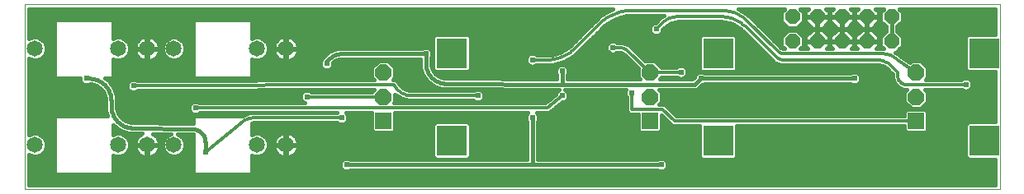
<source format=gbl>
G75*
%MOIN*%
%OFA0B0*%
%FSLAX24Y24*%
%IPPOS*%
%LPD*%
%AMOC8*
5,1,8,0,0,1.08239X$1,22.5*
%
%ADD10C,0.0000*%
%ADD11R,0.0660X0.0660*%
%ADD12OC8,0.0660*%
%ADD13R,0.1227X0.1227*%
%ADD14C,0.0650*%
%ADD15OC8,0.0600*%
%ADD16C,0.0160*%
%ADD17C,0.0240*%
%ADD18C,0.0120*%
D10*
X001160Y002930D02*
X001160Y010430D01*
X040530Y010430D01*
X040530Y002930D01*
X001160Y002930D01*
D11*
X015654Y005696D03*
X026404Y005696D03*
X037154Y005696D03*
D12*
X037154Y006680D03*
X037154Y007664D03*
X026404Y007664D03*
X026404Y006680D03*
X015654Y006680D03*
X015654Y007664D03*
D13*
X018410Y008452D03*
X029160Y008452D03*
X039910Y008452D03*
X039910Y004908D03*
X029160Y004908D03*
X018410Y004908D03*
D14*
X011719Y004730D03*
X010538Y004730D03*
X007191Y004730D03*
X006119Y004730D03*
X004938Y004730D03*
X001591Y004730D03*
X001591Y008630D03*
X004938Y008630D03*
X006119Y008630D03*
X007191Y008630D03*
X010538Y008630D03*
X011719Y008630D03*
D15*
X032160Y008930D03*
X033160Y008930D03*
X034160Y008930D03*
X035160Y008930D03*
X036160Y008930D03*
X036160Y009930D03*
X035160Y009930D03*
X034160Y009930D03*
X033160Y009930D03*
X032160Y009930D03*
D16*
X032462Y010250D02*
X032600Y010112D01*
X032600Y009748D01*
X032342Y009490D01*
X031978Y009490D01*
X031720Y009748D01*
X031720Y010112D01*
X031858Y010250D01*
X029976Y010250D01*
X030324Y010049D01*
X030324Y010049D01*
X030478Y009894D01*
X030478Y009894D01*
X030532Y009841D01*
X031579Y008794D01*
X031593Y008780D01*
X031638Y008735D01*
X031692Y008691D01*
X031822Y008637D01*
X031832Y008636D01*
X031720Y008748D01*
X031720Y009112D01*
X031978Y009370D01*
X032342Y009370D01*
X032600Y009112D01*
X032600Y008748D01*
X032482Y008630D01*
X032781Y008630D01*
X032680Y008731D01*
X032680Y008910D01*
X033140Y008910D01*
X033140Y008950D01*
X033140Y009410D01*
X032961Y009410D01*
X032680Y009129D01*
X032680Y008950D01*
X033140Y008950D01*
X033180Y008950D01*
X033180Y009410D01*
X033359Y009410D01*
X033640Y009129D01*
X033640Y008950D01*
X033180Y008950D01*
X033180Y008910D01*
X033640Y008910D01*
X033640Y008731D01*
X033539Y008630D01*
X033781Y008630D01*
X033680Y008731D01*
X033680Y008910D01*
X034140Y008910D01*
X034140Y008950D01*
X034140Y009410D01*
X033961Y009410D01*
X033680Y009129D01*
X033680Y008950D01*
X034140Y008950D01*
X034180Y008950D01*
X034180Y009410D01*
X034359Y009410D01*
X034640Y009129D01*
X034640Y008950D01*
X034180Y008950D01*
X034180Y008910D01*
X034640Y008910D01*
X034640Y008731D01*
X034539Y008630D01*
X034781Y008630D01*
X034680Y008731D01*
X034680Y008910D01*
X035140Y008910D01*
X035140Y008950D01*
X035140Y009410D01*
X034961Y009410D01*
X034680Y009129D01*
X034680Y008950D01*
X035140Y008950D01*
X035180Y008950D01*
X035180Y009410D01*
X035359Y009410D01*
X035640Y009129D01*
X035640Y008950D01*
X035180Y008950D01*
X035180Y008910D01*
X035640Y008910D01*
X035640Y008731D01*
X035539Y008630D01*
X035838Y008630D01*
X035720Y008748D01*
X035720Y009112D01*
X035940Y009332D01*
X035940Y009528D01*
X035720Y009748D01*
X035720Y010112D01*
X035858Y010250D01*
X035519Y010250D01*
X035640Y010129D01*
X035640Y009950D01*
X035180Y009950D01*
X035180Y009910D01*
X035640Y009910D01*
X035640Y009731D01*
X035359Y009450D01*
X035180Y009450D01*
X035180Y009910D01*
X035140Y009910D01*
X035140Y009450D01*
X034961Y009450D01*
X034680Y009731D01*
X034680Y009910D01*
X035140Y009910D01*
X035140Y009950D01*
X034680Y009950D01*
X034680Y010129D01*
X034801Y010250D01*
X034519Y010250D01*
X034640Y010129D01*
X034640Y009950D01*
X034180Y009950D01*
X034180Y009910D01*
X034640Y009910D01*
X034640Y009731D01*
X034359Y009450D01*
X034180Y009450D01*
X034180Y009910D01*
X034140Y009910D01*
X034140Y009450D01*
X033961Y009450D01*
X033680Y009731D01*
X033680Y009910D01*
X034140Y009910D01*
X034140Y009950D01*
X033680Y009950D01*
X033680Y010129D01*
X033801Y010250D01*
X033519Y010250D01*
X033640Y010129D01*
X033640Y009950D01*
X033180Y009950D01*
X033180Y009910D01*
X033640Y009910D01*
X033640Y009731D01*
X033359Y009450D01*
X033180Y009450D01*
X033180Y009910D01*
X033140Y009910D01*
X033140Y009450D01*
X032961Y009450D01*
X032680Y009731D01*
X032680Y009910D01*
X033140Y009910D01*
X033140Y009950D01*
X032680Y009950D01*
X032680Y010129D01*
X032801Y010250D01*
X032462Y010250D01*
X032491Y010221D02*
X032772Y010221D01*
X032680Y010063D02*
X032600Y010063D01*
X032600Y009904D02*
X032680Y009904D01*
X033140Y009904D02*
X033180Y009904D01*
X033640Y009904D02*
X033680Y009904D01*
X033680Y010063D02*
X033640Y010063D01*
X033548Y010221D02*
X033772Y010221D01*
X034140Y009904D02*
X034180Y009904D01*
X034640Y009904D02*
X034680Y009904D01*
X034680Y010063D02*
X034640Y010063D01*
X034548Y010221D02*
X034772Y010221D01*
X035140Y009904D02*
X035180Y009904D01*
X035640Y009904D02*
X035720Y009904D01*
X035720Y010063D02*
X035640Y010063D01*
X035548Y010221D02*
X035829Y010221D01*
X036160Y009930D02*
X036160Y008930D01*
X036600Y008953D02*
X039157Y008953D01*
X039157Y008795D02*
X036600Y008795D01*
X036600Y008748D02*
X036600Y009112D01*
X036380Y009332D01*
X036380Y009528D01*
X036600Y009748D01*
X036600Y010112D01*
X036462Y010250D01*
X040350Y010250D01*
X040350Y009205D01*
X039239Y009205D01*
X039157Y009123D01*
X039157Y007780D01*
X039239Y007698D01*
X040350Y007698D01*
X040350Y005662D01*
X039239Y005662D01*
X039157Y005580D01*
X039157Y004237D01*
X039239Y004155D01*
X040350Y004155D01*
X040350Y003110D01*
X001340Y003110D01*
X001340Y004331D01*
X001499Y004265D01*
X001684Y004265D01*
X001855Y004336D01*
X001986Y004467D01*
X002056Y004638D01*
X002056Y004822D01*
X001986Y004993D01*
X001855Y005124D01*
X001684Y005195D01*
X001499Y005195D01*
X001340Y005129D01*
X001340Y008231D01*
X001499Y008165D01*
X001684Y008165D01*
X001855Y008236D01*
X001986Y008367D01*
X002056Y008538D01*
X002056Y008722D01*
X001986Y008893D01*
X001855Y009024D01*
X001684Y009095D01*
X001499Y009095D01*
X001340Y009029D01*
X001340Y010250D01*
X024913Y010250D01*
X024884Y010242D01*
X024424Y009976D01*
X024424Y009976D01*
X024236Y009788D01*
X024236Y009788D01*
X024177Y009730D01*
X024177Y009730D01*
X023289Y008842D01*
X023232Y008785D01*
X023232Y008785D01*
X023096Y008665D01*
X022784Y008485D01*
X022435Y008392D01*
X022255Y008380D01*
X021828Y008380D01*
X021807Y008400D01*
X021712Y008440D01*
X021608Y008440D01*
X021513Y008400D01*
X021440Y008327D01*
X021400Y008232D01*
X021400Y008128D01*
X021440Y008033D01*
X021513Y007960D01*
X021608Y007920D01*
X021712Y007920D01*
X021807Y007960D01*
X021828Y007980D01*
X022490Y007980D01*
X022943Y008101D01*
X023349Y008336D01*
X023515Y008502D01*
X023572Y008559D01*
X024460Y009447D01*
X024518Y009506D01*
X024678Y009645D01*
X025044Y009857D01*
X025452Y009966D01*
X025664Y009980D01*
X026978Y009980D01*
X026857Y009910D01*
X026755Y009807D01*
X026696Y009749D01*
X026696Y009749D01*
X026637Y009690D01*
X026608Y009690D01*
X026513Y009650D01*
X026440Y009577D01*
X026400Y009482D01*
X026400Y009378D01*
X026440Y009283D01*
X026513Y009210D01*
X026608Y009170D01*
X026712Y009170D01*
X026807Y009210D01*
X026880Y009283D01*
X026920Y009378D01*
X026920Y009407D01*
X026979Y009466D01*
X027037Y009525D01*
X027106Y009585D01*
X027265Y009677D01*
X027442Y009724D01*
X027533Y009730D01*
X029289Y009730D01*
X029443Y009720D01*
X029740Y009640D01*
X030007Y009486D01*
X030123Y009385D01*
X030176Y009331D01*
X031263Y008244D01*
X031275Y008232D01*
X031380Y008127D01*
X031420Y008087D01*
X031420Y008087D01*
X031678Y007980D01*
X035537Y007980D01*
X035628Y007974D01*
X035805Y007927D01*
X035964Y007835D01*
X036033Y007775D01*
X036091Y007716D01*
X036091Y007716D01*
X036210Y007597D01*
X036210Y007423D01*
X036294Y007220D01*
X036450Y007064D01*
X036653Y006980D01*
X036789Y006980D01*
X036684Y006875D01*
X036684Y006485D01*
X036959Y006210D01*
X037349Y006210D01*
X037624Y006485D01*
X037624Y006875D01*
X037519Y006980D01*
X038992Y006980D01*
X039013Y006960D01*
X039108Y006920D01*
X039212Y006920D01*
X039307Y006960D01*
X039380Y007033D01*
X039420Y007128D01*
X039420Y007232D01*
X039380Y007327D01*
X039307Y007400D01*
X039212Y007440D01*
X039108Y007440D01*
X039013Y007400D01*
X038992Y007380D01*
X037535Y007380D01*
X037624Y007470D01*
X037624Y007859D01*
X037349Y008134D01*
X036959Y008134D01*
X036903Y008078D01*
X036545Y008322D01*
X036456Y008411D01*
X036319Y008490D01*
X036342Y008490D01*
X036600Y008748D01*
X036488Y008636D02*
X039157Y008636D01*
X039157Y008478D02*
X036340Y008478D01*
X036456Y008411D02*
X036456Y008411D01*
X036549Y008319D02*
X039157Y008319D01*
X039157Y008161D02*
X036781Y008161D01*
X037481Y008002D02*
X039157Y008002D01*
X039157Y007844D02*
X037624Y007844D01*
X037624Y007685D02*
X040350Y007685D01*
X040350Y007527D02*
X037624Y007527D01*
X036482Y007051D02*
X028392Y007051D01*
X028362Y007021D02*
X028511Y007170D01*
X028512Y007170D01*
X028607Y007210D01*
X028608Y007210D01*
X034512Y007210D01*
X034513Y007210D01*
X034608Y007170D01*
X034712Y007170D01*
X034807Y007210D01*
X034880Y007283D01*
X034920Y007378D01*
X034920Y007482D01*
X034880Y007577D01*
X034807Y007650D01*
X034712Y007690D01*
X034608Y007690D01*
X034513Y007650D01*
X034512Y007650D01*
X028608Y007650D01*
X028607Y007650D01*
X028512Y007690D01*
X028408Y007690D01*
X028313Y007650D01*
X028240Y007577D01*
X028200Y007482D01*
X028200Y007481D01*
X028119Y007400D01*
X026804Y007400D01*
X026869Y007464D01*
X027508Y007464D01*
X027513Y007460D01*
X027608Y007420D01*
X027712Y007420D01*
X027807Y007460D01*
X027880Y007533D01*
X027920Y007628D01*
X027920Y007732D01*
X027880Y007827D01*
X027807Y007900D01*
X027712Y007940D01*
X027608Y007940D01*
X027513Y007900D01*
X027477Y007864D01*
X026869Y007864D01*
X026599Y008134D01*
X026217Y008134D01*
X025632Y008719D01*
X025585Y008766D01*
X025310Y008880D01*
X025078Y008880D01*
X025057Y008900D01*
X024962Y008940D01*
X024858Y008940D01*
X024763Y008900D01*
X024690Y008827D01*
X024650Y008732D01*
X024650Y008628D01*
X024690Y008533D01*
X024763Y008460D01*
X024858Y008420D01*
X024962Y008420D01*
X025057Y008460D01*
X025078Y008480D01*
X025161Y008480D01*
X025229Y008473D01*
X025355Y008421D01*
X025408Y008378D01*
X025934Y007851D01*
X025934Y007470D01*
X026004Y007400D01*
X023080Y007400D01*
X023080Y007583D01*
X023120Y007678D01*
X023120Y007782D01*
X023080Y007877D01*
X023007Y007950D01*
X022912Y007990D01*
X022808Y007990D01*
X022713Y007950D01*
X022640Y007877D01*
X022600Y007782D01*
X022600Y007678D01*
X022640Y007583D01*
X022640Y007582D01*
X022640Y007402D01*
X018179Y007442D01*
X018085Y007451D01*
X017907Y007510D01*
X017755Y007622D01*
X017645Y007774D01*
X017587Y007953D01*
X017580Y008047D01*
X017580Y008282D01*
X017580Y008283D01*
X017620Y008378D01*
X017620Y008482D01*
X017580Y008577D01*
X017507Y008650D01*
X017412Y008690D01*
X017308Y008690D01*
X017213Y008650D01*
X017212Y008650D01*
X013768Y008650D01*
X013428Y008509D01*
X013362Y008443D01*
X013362Y008443D01*
X013140Y008221D01*
X013140Y008178D01*
X013140Y008177D01*
X013100Y008082D01*
X013100Y007978D01*
X013140Y007883D01*
X013213Y007810D01*
X013308Y007770D01*
X013412Y007770D01*
X013507Y007810D01*
X013580Y007883D01*
X013620Y007978D01*
X013620Y008077D01*
X013682Y008128D01*
X013858Y008201D01*
X013953Y008210D01*
X017140Y008210D01*
X017140Y007883D01*
X017241Y007570D01*
X017241Y007570D01*
X017433Y007303D01*
X017433Y007303D01*
X017433Y007303D01*
X017698Y007108D01*
X017698Y007108D01*
X018011Y007004D01*
X018084Y007003D01*
X018262Y007002D01*
X018266Y007002D01*
X022737Y006961D01*
X022713Y006950D01*
X022640Y006877D01*
X022600Y006782D01*
X022600Y006774D01*
X022188Y006430D01*
X016069Y006430D01*
X016124Y006485D01*
X016124Y006783D01*
X016171Y006736D01*
X016406Y006600D01*
X016669Y006530D01*
X019292Y006530D01*
X019313Y006510D01*
X019408Y006470D01*
X019512Y006470D01*
X019607Y006510D01*
X019680Y006583D01*
X019720Y006678D01*
X019720Y006782D01*
X019680Y006877D01*
X019607Y006950D01*
X019512Y006990D01*
X019408Y006990D01*
X019313Y006950D01*
X019292Y006930D01*
X016805Y006930D01*
X016722Y006935D01*
X016563Y006978D01*
X016420Y007061D01*
X016365Y007109D01*
X016260Y007248D01*
X016260Y007264D01*
X016211Y007312D01*
X016169Y007367D01*
X016153Y007369D01*
X016142Y007380D01*
X016073Y007380D01*
X016039Y007385D01*
X016124Y007470D01*
X016124Y007859D01*
X015849Y008134D01*
X015459Y008134D01*
X015184Y007859D01*
X015184Y007470D01*
X015277Y007376D01*
X005727Y007331D01*
X005707Y007350D01*
X005612Y007390D01*
X005508Y007390D01*
X005413Y007350D01*
X005340Y007277D01*
X005300Y007182D01*
X005300Y007078D01*
X005340Y006983D01*
X005413Y006910D01*
X005508Y006870D01*
X005612Y006870D01*
X005707Y006910D01*
X005728Y006931D01*
X015286Y006976D01*
X015189Y006880D01*
X012728Y006880D01*
X012707Y006900D01*
X012612Y006940D01*
X012508Y006940D01*
X012413Y006900D01*
X012340Y006827D01*
X012300Y006732D01*
X012300Y006628D01*
X012340Y006533D01*
X012413Y006460D01*
X012484Y006430D01*
X008228Y006430D01*
X008207Y006450D01*
X008112Y006490D01*
X008008Y006490D01*
X007913Y006450D01*
X007840Y006377D01*
X007800Y006282D01*
X007800Y006178D01*
X007840Y006083D01*
X007913Y006010D01*
X008008Y005970D01*
X008112Y005970D01*
X008207Y006010D01*
X008228Y006030D01*
X013792Y006030D01*
X010254Y006030D01*
X009960Y005925D01*
X009945Y005912D01*
X008025Y005912D01*
X007978Y005865D01*
X007978Y005606D01*
X007920Y005607D01*
X007838Y005608D01*
X005642Y005637D01*
X005552Y005638D01*
X005447Y005648D01*
X005246Y005715D01*
X005076Y005841D01*
X004953Y006013D01*
X004888Y006214D01*
X004880Y006320D01*
X004880Y006706D01*
X004770Y007044D01*
X004561Y007331D01*
X004401Y007448D01*
X004695Y007448D01*
X004742Y007495D01*
X004742Y008208D01*
X004845Y008165D01*
X005030Y008165D01*
X005201Y008236D01*
X005332Y008367D01*
X005403Y008538D01*
X005403Y008722D01*
X005332Y008893D01*
X005201Y009024D01*
X005030Y009095D01*
X004845Y009095D01*
X004742Y009052D01*
X004742Y009765D01*
X004695Y009812D01*
X002425Y009812D01*
X002378Y009765D01*
X002378Y007495D01*
X002425Y007448D01*
X003400Y007448D01*
X003400Y007378D01*
X003440Y007283D01*
X003513Y007210D01*
X003608Y007170D01*
X003712Y007170D01*
X003800Y007207D01*
X003865Y007202D01*
X004068Y007136D01*
X004240Y007010D01*
X004366Y006838D01*
X004432Y006635D01*
X004440Y006529D01*
X004440Y006144D01*
X004514Y005912D01*
X002425Y005912D01*
X002378Y005865D01*
X002378Y003595D01*
X002425Y003548D01*
X004695Y003548D01*
X004742Y003595D01*
X004742Y004308D01*
X004845Y004265D01*
X005030Y004265D01*
X005201Y004336D01*
X005332Y004467D01*
X005403Y004638D01*
X005403Y004822D01*
X005332Y004993D01*
X005201Y005124D01*
X005030Y005195D01*
X004845Y005195D01*
X004742Y005152D01*
X004742Y005538D01*
X004753Y005522D01*
X004753Y005522D01*
X004753Y005522D01*
X005037Y005313D01*
X005371Y005201D01*
X005547Y005198D01*
X005635Y005197D01*
X005917Y005193D01*
X005854Y005162D01*
X005790Y005115D01*
X005734Y005059D01*
X005687Y004995D01*
X005651Y004924D01*
X005627Y004848D01*
X005614Y004770D01*
X005614Y004758D01*
X006091Y004758D01*
X006091Y004702D01*
X005614Y004702D01*
X005614Y004690D01*
X005627Y004612D01*
X005651Y004536D01*
X005687Y004465D01*
X005734Y004401D01*
X005790Y004345D01*
X005854Y004298D01*
X005925Y004262D01*
X006001Y004238D01*
X006079Y004225D01*
X006091Y004225D01*
X006091Y004702D01*
X006147Y004702D01*
X006147Y004225D01*
X006159Y004225D01*
X006237Y004238D01*
X006313Y004262D01*
X006384Y004298D01*
X006448Y004345D01*
X006504Y004401D01*
X006551Y004465D01*
X006587Y004536D01*
X006611Y004612D01*
X006624Y004690D01*
X006624Y004702D01*
X006147Y004702D01*
X006147Y004758D01*
X006624Y004758D01*
X006624Y004770D01*
X006611Y004848D01*
X006587Y004924D01*
X006551Y004995D01*
X006504Y005059D01*
X006448Y005115D01*
X006384Y005162D01*
X006332Y005188D01*
X007059Y005178D01*
X006928Y005124D01*
X006797Y004993D01*
X006727Y004822D01*
X006727Y004638D01*
X006797Y004467D01*
X006928Y004336D01*
X007099Y004265D01*
X007284Y004265D01*
X007455Y004336D01*
X007586Y004467D01*
X007656Y004638D01*
X007656Y004822D01*
X007586Y004993D01*
X007455Y005124D01*
X007332Y005175D01*
X007923Y005167D01*
X007978Y005161D01*
X007978Y003595D01*
X008025Y003548D01*
X010295Y003548D01*
X010342Y003595D01*
X010342Y004308D01*
X010445Y004265D01*
X010630Y004265D01*
X010801Y004336D01*
X010932Y004467D01*
X011003Y004638D01*
X011003Y004822D01*
X010932Y004993D01*
X010801Y005124D01*
X010630Y005195D01*
X010445Y005195D01*
X010342Y005152D01*
X010342Y005624D01*
X010410Y005630D01*
X013792Y005630D01*
X013813Y005610D01*
X013908Y005570D01*
X014012Y005570D01*
X014107Y005610D01*
X014180Y005683D01*
X014220Y005778D01*
X014220Y005882D01*
X014180Y005977D01*
X014128Y006030D01*
X015184Y006030D01*
X015184Y005308D01*
X015266Y005226D01*
X016042Y005226D01*
X016124Y005308D01*
X016124Y006030D01*
X021492Y006030D01*
X021440Y005977D01*
X021400Y005882D01*
X021400Y005778D01*
X021440Y005683D01*
X021440Y005682D01*
X021440Y004150D01*
X014308Y004150D01*
X014307Y004150D01*
X014212Y004190D01*
X014108Y004190D01*
X014013Y004150D01*
X013940Y004077D01*
X013900Y003982D01*
X013900Y003878D01*
X013940Y003783D01*
X014013Y003710D01*
X014108Y003670D01*
X014212Y003670D01*
X014307Y003710D01*
X014308Y003710D01*
X026712Y003710D01*
X026713Y003710D01*
X026808Y003670D01*
X026912Y003670D01*
X027007Y003710D01*
X027080Y003783D01*
X027120Y003878D01*
X027120Y003982D01*
X027080Y004077D01*
X027007Y004150D01*
X026912Y004190D01*
X026808Y004190D01*
X026713Y004150D01*
X026712Y004150D01*
X021880Y004150D01*
X021880Y005682D01*
X021880Y005683D01*
X021920Y005778D01*
X021920Y005882D01*
X021880Y005977D01*
X021828Y006030D01*
X022251Y006030D01*
X022324Y006023D01*
X022332Y006030D01*
X022343Y006030D01*
X022395Y006082D01*
X022860Y006470D01*
X022912Y006470D01*
X023007Y006510D01*
X023080Y006583D01*
X023120Y006678D01*
X023120Y006782D01*
X023080Y006877D01*
X023007Y006950D01*
X022985Y006960D01*
X025432Y006960D01*
X025400Y006882D01*
X025400Y006778D01*
X025440Y006683D01*
X025460Y006662D01*
X025460Y006097D01*
X025577Y005980D01*
X025934Y005980D01*
X025934Y005308D01*
X026016Y005226D01*
X026792Y005226D01*
X026874Y005308D01*
X026874Y005933D01*
X027311Y005496D01*
X028407Y005496D01*
X028407Y004237D01*
X028489Y004155D01*
X029831Y004155D01*
X029913Y004237D01*
X029913Y005496D01*
X036684Y005496D01*
X036684Y005308D01*
X036766Y005226D01*
X037542Y005226D01*
X037624Y005308D01*
X037624Y006084D01*
X037542Y006166D01*
X036766Y006166D01*
X036684Y006084D01*
X036684Y005896D01*
X027477Y005896D01*
X027110Y006263D01*
X026993Y006380D01*
X026769Y006380D01*
X026874Y006485D01*
X026874Y006875D01*
X026789Y006960D01*
X028215Y006960D01*
X028301Y006960D01*
X028301Y006960D01*
X028301Y006960D01*
X028362Y007021D01*
X028210Y007180D02*
X028460Y007430D01*
X034660Y007430D01*
X034901Y007527D02*
X036210Y007527D01*
X036233Y007368D02*
X034916Y007368D01*
X034807Y007210D02*
X036305Y007210D01*
X036294Y007220D02*
X036294Y007220D01*
X036450Y007064D02*
X036450Y007064D01*
X036702Y006893D02*
X026856Y006893D01*
X026874Y006734D02*
X036684Y006734D01*
X036684Y006576D02*
X026874Y006576D01*
X026806Y006417D02*
X036752Y006417D01*
X036911Y006259D02*
X027114Y006259D01*
X027273Y006100D02*
X036700Y006100D01*
X036684Y005942D02*
X027431Y005942D01*
X027024Y005783D02*
X026874Y005783D01*
X026874Y005625D02*
X027183Y005625D01*
X026874Y005466D02*
X028407Y005466D01*
X028407Y005308D02*
X026874Y005308D01*
X025934Y005308D02*
X021880Y005308D01*
X021880Y005149D02*
X028407Y005149D01*
X028407Y004991D02*
X021880Y004991D01*
X021880Y004832D02*
X028407Y004832D01*
X028407Y004674D02*
X021880Y004674D01*
X021880Y004515D02*
X028407Y004515D01*
X028407Y004357D02*
X021880Y004357D01*
X021440Y004357D02*
X019163Y004357D01*
X019163Y004237D02*
X019163Y005580D01*
X019081Y005662D01*
X017739Y005662D01*
X017657Y005580D01*
X017657Y004237D01*
X017739Y004155D01*
X019081Y004155D01*
X019163Y004237D01*
X019124Y004198D02*
X021440Y004198D01*
X021880Y004198D02*
X028446Y004198D01*
X027096Y004040D02*
X040350Y004040D01*
X040350Y003881D02*
X027120Y003881D01*
X027020Y003723D02*
X040350Y003723D01*
X040350Y003564D02*
X010312Y003564D01*
X010342Y003723D02*
X014000Y003723D01*
X013900Y003881D02*
X010342Y003881D01*
X010342Y004040D02*
X013924Y004040D01*
X014160Y003930D02*
X021660Y003930D01*
X021660Y005830D01*
X021425Y005942D02*
X016124Y005942D01*
X016124Y005783D02*
X021400Y005783D01*
X021440Y005625D02*
X019119Y005625D01*
X019163Y005466D02*
X021440Y005466D01*
X021880Y005466D02*
X025934Y005466D01*
X025934Y005625D02*
X021880Y005625D01*
X021920Y005783D02*
X025934Y005783D01*
X025934Y005942D02*
X021895Y005942D01*
X022416Y006100D02*
X025460Y006100D01*
X025460Y006259D02*
X022607Y006259D01*
X022797Y006417D02*
X025460Y006417D01*
X025460Y006576D02*
X023073Y006576D01*
X023120Y006734D02*
X025418Y006734D01*
X025404Y006893D02*
X023065Y006893D01*
X022655Y006893D02*
X019665Y006893D01*
X019720Y006734D02*
X022552Y006734D01*
X022362Y006576D02*
X019673Y006576D01*
X018084Y007003D02*
X018084Y007003D01*
X018011Y007004D02*
X018011Y007004D01*
X017870Y007051D02*
X016437Y007051D01*
X016289Y007210D02*
X017560Y007210D01*
X017386Y007368D02*
X016161Y007368D01*
X016124Y007527D02*
X017272Y007527D01*
X017204Y007685D02*
X016124Y007685D01*
X016124Y007844D02*
X017153Y007844D01*
X017140Y008002D02*
X015981Y008002D01*
X015327Y008002D02*
X013620Y008002D01*
X013541Y007844D02*
X015184Y007844D01*
X015184Y007685D02*
X010342Y007685D01*
X010342Y007844D02*
X013179Y007844D01*
X013100Y008002D02*
X010342Y008002D01*
X010342Y008161D02*
X011530Y008161D01*
X011525Y008162D02*
X011601Y008138D01*
X011679Y008125D01*
X011691Y008125D01*
X011691Y008602D01*
X011214Y008602D01*
X011214Y008590D01*
X011227Y008512D01*
X011251Y008436D01*
X011287Y008365D01*
X011334Y008301D01*
X011390Y008245D01*
X011454Y008198D01*
X011525Y008162D01*
X011691Y008161D02*
X011747Y008161D01*
X011747Y008125D02*
X011759Y008125D01*
X011837Y008138D01*
X011913Y008162D01*
X011984Y008198D01*
X012048Y008245D01*
X012104Y008301D01*
X012151Y008365D01*
X012187Y008436D01*
X012211Y008512D01*
X012224Y008590D01*
X012224Y008602D01*
X011747Y008602D01*
X011747Y008125D01*
X011908Y008161D02*
X013133Y008161D01*
X013238Y008319D02*
X012117Y008319D01*
X012200Y008478D02*
X013396Y008478D01*
X013735Y008636D02*
X011747Y008636D01*
X011747Y008658D02*
X011747Y008602D01*
X011691Y008602D01*
X011691Y008658D01*
X011214Y008658D01*
X011214Y008670D01*
X011227Y008748D01*
X011251Y008824D01*
X011287Y008895D01*
X011334Y008959D01*
X011390Y009015D01*
X011454Y009062D01*
X011525Y009098D01*
X011601Y009122D01*
X011679Y009135D01*
X011691Y009135D01*
X011691Y008658D01*
X011747Y008658D01*
X011747Y009135D01*
X011759Y009135D01*
X011837Y009122D01*
X011913Y009098D01*
X011984Y009062D01*
X012048Y009015D01*
X012104Y008959D01*
X012151Y008895D01*
X012187Y008824D01*
X012211Y008748D01*
X012224Y008670D01*
X012224Y008658D01*
X011747Y008658D01*
X011691Y008636D02*
X011003Y008636D01*
X011003Y008722D02*
X011003Y008538D01*
X010932Y008367D01*
X010801Y008236D01*
X010630Y008165D01*
X010445Y008165D01*
X010342Y008208D01*
X010342Y007495D01*
X010295Y007448D01*
X008025Y007448D01*
X007978Y007495D01*
X007978Y009765D01*
X008025Y009812D01*
X010295Y009812D01*
X010342Y009765D01*
X010342Y009052D01*
X010445Y009095D01*
X010630Y009095D01*
X010801Y009024D01*
X010932Y008893D01*
X011003Y008722D01*
X010973Y008795D02*
X011242Y008795D01*
X011330Y008953D02*
X010872Y008953D01*
X010342Y009112D02*
X011567Y009112D01*
X011691Y009112D02*
X011747Y009112D01*
X011871Y009112D02*
X017657Y009112D01*
X017657Y009123D02*
X017739Y009205D01*
X019081Y009205D01*
X019163Y009123D01*
X019163Y007780D01*
X019081Y007698D01*
X017739Y007698D01*
X017657Y007780D01*
X017657Y009123D01*
X017657Y008953D02*
X012108Y008953D01*
X012196Y008795D02*
X017657Y008795D01*
X017657Y008636D02*
X017522Y008636D01*
X017620Y008478D02*
X017657Y008478D01*
X017657Y008319D02*
X017595Y008319D01*
X017580Y008161D02*
X017657Y008161D01*
X017360Y008047D02*
X017360Y008430D01*
X013953Y008430D01*
X013761Y008161D02*
X017140Y008161D01*
X017584Y008002D02*
X017657Y008002D01*
X017657Y007844D02*
X017623Y007844D01*
X017709Y007685D02*
X022600Y007685D01*
X022626Y007844D02*
X019163Y007844D01*
X019163Y008002D02*
X021470Y008002D01*
X021400Y008161D02*
X019163Y008161D01*
X019163Y008319D02*
X021436Y008319D01*
X022572Y008002D02*
X025783Y008002D01*
X025934Y007844D02*
X023094Y007844D01*
X023120Y007685D02*
X025934Y007685D01*
X025934Y007527D02*
X023080Y007527D01*
X022640Y007527D02*
X017884Y007527D01*
X018177Y007223D02*
X022860Y007180D01*
X022860Y007730D01*
X023045Y008161D02*
X025625Y008161D01*
X025466Y008319D02*
X023320Y008319D01*
X023349Y008336D02*
X023349Y008336D01*
X023490Y008478D02*
X024745Y008478D01*
X024650Y008636D02*
X023649Y008636D01*
X023515Y008502D02*
X023515Y008502D01*
X023045Y008636D02*
X019163Y008636D01*
X019163Y008478D02*
X022755Y008478D01*
X023242Y008795D02*
X019163Y008795D01*
X019163Y008953D02*
X023400Y008953D01*
X023559Y009112D02*
X019163Y009112D01*
X017360Y008047D02*
X017362Y007991D01*
X017368Y007935D01*
X017377Y007880D01*
X017390Y007826D01*
X017407Y007772D01*
X017428Y007720D01*
X017451Y007669D01*
X017479Y007621D01*
X017509Y007574D01*
X017543Y007529D01*
X017580Y007487D01*
X017619Y007447D01*
X017661Y007410D01*
X017705Y007376D01*
X017752Y007345D01*
X017801Y007317D01*
X017851Y007293D01*
X017903Y007272D01*
X017956Y007254D01*
X018011Y007241D01*
X018066Y007231D01*
X018121Y007224D01*
X018177Y007222D01*
X016175Y006734D02*
X016124Y006734D01*
X016171Y006736D02*
X016171Y006736D01*
X016124Y006576D02*
X016499Y006576D01*
X016406Y006600D02*
X016406Y006600D01*
X015202Y006893D02*
X012715Y006893D01*
X012405Y006893D02*
X005666Y006893D01*
X005454Y006893D02*
X004819Y006893D01*
X004770Y007044D02*
X004770Y007044D01*
X004765Y007051D02*
X005311Y007051D01*
X005312Y007210D02*
X004650Y007210D01*
X004561Y007331D02*
X004561Y007331D01*
X004561Y007331D01*
X004511Y007368D02*
X005455Y007368D01*
X005665Y007368D02*
X013541Y007368D01*
X013453Y008223D02*
X013490Y008257D01*
X013529Y008289D01*
X013571Y008318D01*
X013614Y008344D01*
X013659Y008366D01*
X013706Y008385D01*
X013754Y008401D01*
X013803Y008414D01*
X013852Y008423D01*
X013903Y008428D01*
X013953Y008430D01*
X013453Y008223D02*
X013360Y008130D01*
X011747Y008319D02*
X011691Y008319D01*
X011691Y008478D02*
X011747Y008478D01*
X011321Y008319D02*
X010884Y008319D01*
X010978Y008478D02*
X011238Y008478D01*
X011691Y008795D02*
X011747Y008795D01*
X011747Y008953D02*
X011691Y008953D01*
X010342Y009270D02*
X023717Y009270D01*
X023876Y009429D02*
X010342Y009429D01*
X010342Y009587D02*
X024034Y009587D01*
X024193Y009746D02*
X010342Y009746D01*
X007978Y009746D02*
X004742Y009746D01*
X004742Y009587D02*
X007978Y009587D01*
X007978Y009429D02*
X004742Y009429D01*
X004742Y009270D02*
X007978Y009270D01*
X007978Y009112D02*
X006271Y009112D01*
X006237Y009122D02*
X006159Y009135D01*
X006147Y009135D01*
X006147Y008658D01*
X006091Y008658D01*
X006091Y008602D01*
X005614Y008602D01*
X005614Y008590D01*
X005627Y008512D01*
X005651Y008436D01*
X005687Y008365D01*
X005734Y008301D01*
X005790Y008245D01*
X005854Y008198D01*
X005925Y008162D01*
X006001Y008138D01*
X006079Y008125D01*
X006091Y008125D01*
X006091Y008602D01*
X006147Y008602D01*
X006147Y008125D01*
X006159Y008125D01*
X006237Y008138D01*
X006313Y008162D01*
X006384Y008198D01*
X006448Y008245D01*
X006504Y008301D01*
X006551Y008365D01*
X006587Y008436D01*
X006611Y008512D01*
X006624Y008590D01*
X006624Y008602D01*
X006147Y008602D01*
X006147Y008658D01*
X006624Y008658D01*
X006624Y008670D01*
X006611Y008748D01*
X006587Y008824D01*
X006551Y008895D01*
X006504Y008959D01*
X006448Y009015D01*
X006384Y009062D01*
X006313Y009098D01*
X006237Y009122D01*
X006147Y009112D02*
X006091Y009112D01*
X006091Y009135D02*
X006079Y009135D01*
X006001Y009122D01*
X005925Y009098D01*
X005854Y009062D01*
X005790Y009015D01*
X005734Y008959D01*
X005687Y008895D01*
X005651Y008824D01*
X005627Y008748D01*
X005614Y008670D01*
X005614Y008658D01*
X006091Y008658D01*
X006091Y009135D01*
X005967Y009112D02*
X004742Y009112D01*
X005272Y008953D02*
X005730Y008953D01*
X005642Y008795D02*
X005373Y008795D01*
X005403Y008636D02*
X006091Y008636D01*
X006147Y008636D02*
X006727Y008636D01*
X006727Y008722D02*
X006727Y008538D01*
X006797Y008367D01*
X006928Y008236D01*
X007099Y008165D01*
X007284Y008165D01*
X007455Y008236D01*
X007586Y008367D01*
X007656Y008538D01*
X007656Y008722D01*
X007586Y008893D01*
X007455Y009024D01*
X007284Y009095D01*
X007099Y009095D01*
X006928Y009024D01*
X006797Y008893D01*
X006727Y008722D01*
X006757Y008795D02*
X006596Y008795D01*
X006508Y008953D02*
X006857Y008953D01*
X006147Y008953D02*
X006091Y008953D01*
X006091Y008795D02*
X006147Y008795D01*
X006147Y008478D02*
X006091Y008478D01*
X006091Y008319D02*
X006147Y008319D01*
X006147Y008161D02*
X006091Y008161D01*
X005930Y008161D02*
X004742Y008161D01*
X004742Y008002D02*
X007978Y008002D01*
X007978Y007844D02*
X004742Y007844D01*
X004742Y007685D02*
X007978Y007685D01*
X007978Y007527D02*
X004742Y007527D01*
X003759Y007430D02*
X003660Y007430D01*
X003404Y007368D02*
X001340Y007368D01*
X001340Y007210D02*
X003513Y007210D01*
X004185Y007051D02*
X001340Y007051D01*
X001340Y006893D02*
X004326Y006893D01*
X004400Y006734D02*
X001340Y006734D01*
X001340Y006576D02*
X004436Y006576D01*
X004660Y006529D02*
X004660Y006320D01*
X004440Y006259D02*
X001340Y006259D01*
X001340Y006417D02*
X004440Y006417D01*
X004880Y006417D02*
X007879Y006417D01*
X007800Y006259D02*
X004885Y006259D01*
X004925Y006100D02*
X007832Y006100D01*
X007978Y005783D02*
X005155Y005783D01*
X005447Y005648D02*
X005447Y005648D01*
X004830Y005466D02*
X004742Y005466D01*
X004742Y005308D02*
X005053Y005308D01*
X005037Y005313D02*
X005037Y005313D01*
X005141Y005149D02*
X005837Y005149D01*
X005685Y004991D02*
X005333Y004991D01*
X005399Y004832D02*
X005624Y004832D01*
X005617Y004674D02*
X005403Y004674D01*
X005352Y004515D02*
X005662Y004515D01*
X005779Y004357D02*
X005222Y004357D01*
X004742Y004198D02*
X007978Y004198D01*
X007978Y004040D02*
X004742Y004040D01*
X004742Y003881D02*
X007978Y003881D01*
X007978Y003723D02*
X004742Y003723D01*
X004712Y003564D02*
X008008Y003564D01*
X010342Y004198D02*
X017696Y004198D01*
X017657Y004357D02*
X012059Y004357D01*
X012048Y004345D02*
X012104Y004401D01*
X012151Y004465D01*
X012187Y004536D01*
X012211Y004612D01*
X012224Y004690D01*
X012224Y004702D01*
X011747Y004702D01*
X011747Y004225D01*
X011759Y004225D01*
X011837Y004238D01*
X011913Y004262D01*
X011984Y004298D01*
X012048Y004345D01*
X012176Y004515D02*
X017657Y004515D01*
X017657Y004674D02*
X012221Y004674D01*
X012224Y004758D02*
X011747Y004758D01*
X011691Y004758D01*
X011691Y004702D01*
X011214Y004702D01*
X011214Y004690D01*
X011227Y004612D01*
X011251Y004536D01*
X011287Y004465D01*
X011334Y004401D01*
X011390Y004345D01*
X011454Y004298D01*
X011525Y004262D01*
X011601Y004238D01*
X011679Y004225D01*
X011691Y004225D01*
X011691Y004702D01*
X011747Y004702D01*
X011747Y004758D01*
X011747Y005235D01*
X011759Y005235D01*
X011837Y005222D01*
X011913Y005198D01*
X011984Y005162D01*
X012048Y005115D01*
X012104Y005059D01*
X012151Y004995D01*
X012187Y004924D01*
X012211Y004848D01*
X012224Y004770D01*
X012224Y004758D01*
X012214Y004832D02*
X017657Y004832D01*
X017657Y004991D02*
X012153Y004991D01*
X012001Y005149D02*
X017657Y005149D01*
X017657Y005308D02*
X016124Y005308D01*
X016124Y005466D02*
X017657Y005466D01*
X017701Y005625D02*
X016124Y005625D01*
X015184Y005625D02*
X014122Y005625D01*
X014220Y005783D02*
X015184Y005783D01*
X015184Y005942D02*
X014195Y005942D01*
X013792Y006030D02*
X013792Y006030D01*
X013798Y005625D02*
X010346Y005625D01*
X010342Y005466D02*
X015184Y005466D01*
X015184Y005308D02*
X010342Y005308D01*
X010741Y005149D02*
X011437Y005149D01*
X011454Y005162D02*
X011390Y005115D01*
X011334Y005059D01*
X011287Y004995D01*
X011251Y004924D01*
X011227Y004848D01*
X011214Y004770D01*
X011214Y004758D01*
X011691Y004758D01*
X011691Y005235D01*
X011679Y005235D01*
X011601Y005222D01*
X011525Y005198D01*
X011454Y005162D01*
X011691Y005149D02*
X011747Y005149D01*
X011747Y004991D02*
X011691Y004991D01*
X011691Y004832D02*
X011747Y004832D01*
X011285Y004991D02*
X010933Y004991D01*
X010999Y004832D02*
X011224Y004832D01*
X011217Y004674D02*
X011003Y004674D01*
X010952Y004515D02*
X011262Y004515D01*
X011379Y004357D02*
X010822Y004357D01*
X011691Y004357D02*
X011747Y004357D01*
X011747Y004515D02*
X011691Y004515D01*
X011691Y004674D02*
X011747Y004674D01*
X008460Y004846D02*
X008460Y004430D01*
X007978Y004357D02*
X007475Y004357D01*
X007606Y004515D02*
X007978Y004515D01*
X007978Y004674D02*
X007656Y004674D01*
X007652Y004832D02*
X007978Y004832D01*
X008460Y004846D02*
X008458Y004890D01*
X008453Y004934D01*
X008444Y004978D01*
X008431Y005020D01*
X008415Y005062D01*
X008396Y005102D01*
X008373Y005140D01*
X008348Y005176D01*
X008319Y005210D01*
X008288Y005241D01*
X008255Y005270D01*
X008219Y005296D01*
X008181Y005319D01*
X008141Y005339D01*
X008100Y005356D01*
X008058Y005369D01*
X008014Y005379D01*
X007970Y005385D01*
X007926Y005387D01*
X005550Y005418D01*
X006401Y005149D02*
X006988Y005149D01*
X006796Y004991D02*
X006553Y004991D01*
X006614Y004832D02*
X006731Y004832D01*
X006727Y004674D02*
X006621Y004674D01*
X006576Y004515D02*
X006777Y004515D01*
X006908Y004357D02*
X006459Y004357D01*
X006147Y004357D02*
X006091Y004357D01*
X006091Y004515D02*
X006147Y004515D01*
X006147Y004674D02*
X006091Y004674D01*
X007587Y004991D02*
X007978Y004991D01*
X007978Y005149D02*
X007395Y005149D01*
X007838Y005608D02*
X007838Y005608D01*
X007978Y005625D02*
X006599Y005625D01*
X005004Y005942D02*
X010007Y005942D01*
X009960Y005925D02*
X009960Y005925D01*
X012322Y006576D02*
X004880Y006576D01*
X004871Y006734D02*
X012301Y006734D01*
X010342Y007527D02*
X015184Y007527D01*
X007978Y008161D02*
X006308Y008161D01*
X006517Y008319D02*
X006845Y008319D01*
X006752Y008478D02*
X006600Y008478D01*
X005721Y008319D02*
X005284Y008319D01*
X005378Y008478D02*
X005638Y008478D01*
X007538Y008319D02*
X007978Y008319D01*
X007978Y008478D02*
X007631Y008478D01*
X007656Y008636D02*
X007978Y008636D01*
X007978Y008795D02*
X007626Y008795D01*
X007526Y008953D02*
X007978Y008953D01*
X002378Y008953D02*
X001926Y008953D01*
X002026Y008795D02*
X002378Y008795D01*
X002378Y008636D02*
X002056Y008636D01*
X002031Y008478D02*
X002378Y008478D01*
X002378Y008319D02*
X001938Y008319D01*
X002378Y008161D02*
X001340Y008161D01*
X001340Y008002D02*
X002378Y008002D01*
X002378Y007844D02*
X001340Y007844D01*
X001340Y007685D02*
X002378Y007685D01*
X002378Y007527D02*
X001340Y007527D01*
X003759Y007430D02*
X003818Y007428D01*
X003877Y007422D01*
X003935Y007413D01*
X003992Y007399D01*
X004049Y007382D01*
X004104Y007361D01*
X004158Y007337D01*
X004210Y007309D01*
X004260Y007278D01*
X004307Y007244D01*
X004353Y007206D01*
X004396Y007166D01*
X004436Y007123D01*
X004474Y007077D01*
X004508Y007030D01*
X004539Y006980D01*
X004567Y006928D01*
X004591Y006874D01*
X004612Y006819D01*
X004629Y006762D01*
X004643Y006705D01*
X004652Y006647D01*
X004658Y006588D01*
X004660Y006529D01*
X004660Y006320D02*
X004662Y006262D01*
X004668Y006203D01*
X004677Y006146D01*
X004690Y006089D01*
X004707Y006033D01*
X004727Y005978D01*
X004751Y005925D01*
X004779Y005873D01*
X004809Y005823D01*
X004843Y005775D01*
X004880Y005730D01*
X004920Y005687D01*
X004962Y005647D01*
X005007Y005609D01*
X005054Y005575D01*
X005104Y005544D01*
X005155Y005516D01*
X005208Y005491D01*
X005263Y005470D01*
X005318Y005452D01*
X005375Y005438D01*
X005433Y005428D01*
X005491Y005422D01*
X005549Y005419D01*
X004505Y005942D02*
X001340Y005942D01*
X001340Y006100D02*
X004454Y006100D01*
X002378Y005783D02*
X001340Y005783D01*
X001340Y005625D02*
X002378Y005625D01*
X002378Y005466D02*
X001340Y005466D01*
X001340Y005308D02*
X002378Y005308D01*
X002378Y005149D02*
X001795Y005149D01*
X001987Y004991D02*
X002378Y004991D01*
X002378Y004832D02*
X002052Y004832D01*
X002056Y004674D02*
X002378Y004674D01*
X002378Y004515D02*
X002006Y004515D01*
X001875Y004357D02*
X002378Y004357D01*
X002378Y004198D02*
X001340Y004198D01*
X001340Y004040D02*
X002378Y004040D01*
X002378Y003881D02*
X001340Y003881D01*
X001340Y003723D02*
X002378Y003723D01*
X002408Y003564D02*
X001340Y003564D01*
X001340Y003406D02*
X040350Y003406D01*
X040350Y003247D02*
X001340Y003247D01*
X001340Y005149D02*
X001388Y005149D01*
X001340Y009112D02*
X002378Y009112D01*
X002378Y009270D02*
X001340Y009270D01*
X001340Y009429D02*
X002378Y009429D01*
X002378Y009587D02*
X001340Y009587D01*
X001340Y009746D02*
X002378Y009746D01*
X001340Y009904D02*
X024351Y009904D01*
X024573Y010063D02*
X001340Y010063D01*
X001340Y010221D02*
X024847Y010221D01*
X024884Y010242D02*
X024884Y010242D01*
X025221Y009904D02*
X026851Y009904D01*
X026857Y009910D02*
X026857Y009910D01*
X026755Y009807D02*
X026755Y009807D01*
X026693Y009746D02*
X024851Y009746D01*
X024611Y009587D02*
X026449Y009587D01*
X026400Y009429D02*
X024441Y009429D01*
X024460Y009447D02*
X024460Y009447D01*
X024283Y009270D02*
X026452Y009270D01*
X026868Y009270D02*
X030237Y009270D01*
X030072Y009429D02*
X026941Y009429D01*
X026979Y009466D02*
X026979Y009466D01*
X027110Y009587D02*
X029832Y009587D01*
X030627Y009746D02*
X031722Y009746D01*
X031881Y009587D02*
X030786Y009587D01*
X030944Y009429D02*
X035940Y009429D01*
X035881Y009587D02*
X035496Y009587D01*
X035640Y009746D02*
X035722Y009746D01*
X035180Y009746D02*
X035140Y009746D01*
X035140Y009587D02*
X035180Y009587D01*
X034824Y009587D02*
X034496Y009587D01*
X034640Y009746D02*
X034680Y009746D01*
X034180Y009746D02*
X034140Y009746D01*
X034140Y009587D02*
X034180Y009587D01*
X033824Y009587D02*
X033496Y009587D01*
X033640Y009746D02*
X033680Y009746D01*
X033180Y009746D02*
X033140Y009746D01*
X033140Y009587D02*
X033180Y009587D01*
X032824Y009587D02*
X032439Y009587D01*
X032598Y009746D02*
X032680Y009746D01*
X031720Y009904D02*
X030469Y009904D01*
X030300Y010063D02*
X031720Y010063D01*
X031829Y010221D02*
X030026Y010221D01*
X031103Y009270D02*
X031878Y009270D01*
X032442Y009270D02*
X032821Y009270D01*
X033140Y009270D02*
X033180Y009270D01*
X033499Y009270D02*
X033821Y009270D01*
X034140Y009270D02*
X034180Y009270D01*
X034499Y009270D02*
X034821Y009270D01*
X035140Y009270D02*
X035180Y009270D01*
X035499Y009270D02*
X035878Y009270D01*
X036380Y009429D02*
X040350Y009429D01*
X040350Y009587D02*
X036439Y009587D01*
X036598Y009746D02*
X040350Y009746D01*
X040350Y009904D02*
X036600Y009904D01*
X036600Y010063D02*
X040350Y010063D01*
X040350Y010221D02*
X036491Y010221D01*
X036442Y009270D02*
X040350Y009270D01*
X039157Y009112D02*
X036600Y009112D01*
X035720Y009112D02*
X035640Y009112D01*
X035640Y008953D02*
X035720Y008953D01*
X035720Y008795D02*
X035640Y008795D01*
X035180Y008953D02*
X035140Y008953D01*
X035140Y009112D02*
X035180Y009112D01*
X034680Y009112D02*
X034640Y009112D01*
X034640Y008953D02*
X034680Y008953D01*
X034680Y008795D02*
X034640Y008795D01*
X034180Y008953D02*
X034140Y008953D01*
X034140Y009112D02*
X034180Y009112D01*
X033680Y009112D02*
X033640Y009112D01*
X033640Y008953D02*
X033680Y008953D01*
X033680Y008795D02*
X033640Y008795D01*
X033180Y008953D02*
X033140Y008953D01*
X033140Y009112D02*
X033180Y009112D01*
X032680Y009112D02*
X032600Y009112D01*
X032600Y008953D02*
X032680Y008953D01*
X032680Y008795D02*
X032600Y008795D01*
X032488Y008636D02*
X032775Y008636D01*
X033545Y008636D02*
X033775Y008636D01*
X034545Y008636D02*
X034775Y008636D01*
X035545Y008636D02*
X035832Y008636D01*
X035949Y007844D02*
X029913Y007844D01*
X029913Y007780D02*
X029831Y007698D01*
X028489Y007698D01*
X028407Y007780D01*
X028407Y009123D01*
X028489Y009205D01*
X029831Y009205D01*
X029913Y009123D01*
X029913Y007780D01*
X029913Y008002D02*
X031625Y008002D01*
X031347Y008161D02*
X029913Y008161D01*
X029913Y008319D02*
X031188Y008319D01*
X031030Y008478D02*
X029913Y008478D01*
X029913Y008636D02*
X030871Y008636D01*
X030713Y008795D02*
X029913Y008795D01*
X029913Y008953D02*
X030554Y008953D01*
X030396Y009112D02*
X029913Y009112D01*
X031261Y009112D02*
X031720Y009112D01*
X031720Y008953D02*
X031420Y008953D01*
X031578Y008795D02*
X031720Y008795D01*
X031831Y008636D02*
X031832Y008636D01*
X034596Y007685D02*
X028524Y007685D01*
X028396Y007685D02*
X027920Y007685D01*
X027864Y007844D02*
X028407Y007844D01*
X028407Y008002D02*
X026731Y008002D01*
X026191Y008161D02*
X028407Y008161D01*
X028407Y008319D02*
X026032Y008319D01*
X025874Y008478D02*
X028407Y008478D01*
X028407Y008636D02*
X025715Y008636D01*
X025632Y008719D02*
X025632Y008719D01*
X025585Y008766D02*
X025585Y008766D01*
X025516Y008795D02*
X028407Y008795D01*
X028407Y008953D02*
X023966Y008953D01*
X024124Y009112D02*
X028407Y009112D01*
X025186Y008478D02*
X025075Y008478D01*
X024676Y008795D02*
X023807Y008795D01*
X027874Y007527D02*
X028219Y007527D01*
X028210Y007180D02*
X022860Y007180D01*
X028607Y007210D02*
X034513Y007210D01*
X034724Y007685D02*
X036122Y007685D01*
X037606Y006893D02*
X040350Y006893D01*
X040350Y006734D02*
X037624Y006734D01*
X037624Y006576D02*
X040350Y006576D01*
X040350Y006417D02*
X037556Y006417D01*
X037397Y006259D02*
X040350Y006259D01*
X040350Y006100D02*
X037608Y006100D01*
X037624Y005942D02*
X040350Y005942D01*
X040350Y005783D02*
X037624Y005783D01*
X037624Y005625D02*
X039201Y005625D01*
X039157Y005466D02*
X037624Y005466D01*
X037624Y005308D02*
X039157Y005308D01*
X039157Y005149D02*
X029913Y005149D01*
X029913Y004991D02*
X039157Y004991D01*
X039157Y004832D02*
X029913Y004832D01*
X029913Y004674D02*
X039157Y004674D01*
X039157Y004515D02*
X029913Y004515D01*
X029913Y004357D02*
X039157Y004357D01*
X039196Y004198D02*
X029874Y004198D01*
X026860Y003930D02*
X021660Y003930D01*
X021440Y004515D02*
X019163Y004515D01*
X019163Y004674D02*
X021440Y004674D01*
X021440Y004832D02*
X019163Y004832D01*
X019163Y004991D02*
X021440Y004991D01*
X021440Y005149D02*
X019163Y005149D01*
X019163Y005308D02*
X021440Y005308D01*
X029913Y005308D02*
X036684Y005308D01*
X036684Y005466D02*
X029913Y005466D01*
X039388Y007051D02*
X040350Y007051D01*
X040350Y007210D02*
X039420Y007210D01*
X039340Y007368D02*
X040350Y007368D01*
D17*
X039160Y007180D03*
X034660Y007430D03*
X030660Y008430D03*
X027660Y007680D03*
X028460Y007430D03*
X025660Y006830D03*
X022860Y006730D03*
X021660Y005830D03*
X022410Y005680D03*
X023660Y005680D03*
X019460Y006730D03*
X022860Y007730D03*
X021660Y008180D03*
X024910Y008680D03*
X026660Y009430D03*
X028410Y009430D03*
X017360Y008430D03*
X013360Y008030D03*
X012560Y006680D03*
X013960Y005830D03*
X008460Y004430D03*
X014160Y003930D03*
X008060Y006230D03*
X005560Y007130D03*
X003660Y007430D03*
X026860Y003930D03*
D18*
X027394Y005696D02*
X026910Y006180D01*
X025660Y006180D01*
X025660Y006830D01*
X026404Y007664D02*
X025549Y008519D01*
X024377Y009647D02*
X024438Y009705D01*
X024501Y009760D01*
X024567Y009812D01*
X024635Y009861D01*
X024706Y009907D01*
X024778Y009950D01*
X024853Y009989D01*
X024929Y010025D01*
X025007Y010057D01*
X025086Y010086D01*
X025166Y010111D01*
X025247Y010132D01*
X025330Y010149D01*
X025413Y010163D01*
X025496Y010172D01*
X025580Y010178D01*
X025664Y010180D01*
X029306Y010180D01*
X029289Y009930D02*
X027533Y009930D01*
X026896Y009666D02*
X026660Y009430D01*
X026896Y009666D02*
X026939Y009706D01*
X026985Y009744D01*
X027032Y009778D01*
X027082Y009809D01*
X027134Y009837D01*
X027188Y009861D01*
X027243Y009882D01*
X027300Y009899D01*
X027357Y009913D01*
X027415Y009922D01*
X027474Y009928D01*
X027533Y009930D01*
X030264Y009526D02*
X031463Y008327D01*
X031818Y008180D02*
X035537Y008180D01*
X035782Y008430D02*
X031892Y008430D01*
X031496Y008594D02*
X030337Y009753D01*
X031497Y008594D02*
X031529Y008564D01*
X031563Y008537D01*
X031600Y008512D01*
X031638Y008491D01*
X031678Y008473D01*
X031719Y008457D01*
X031762Y008445D01*
X031805Y008437D01*
X031848Y008432D01*
X031892Y008430D01*
X031818Y008180D02*
X031774Y008182D01*
X031731Y008188D01*
X031688Y008197D01*
X031646Y008210D01*
X031606Y008227D01*
X031567Y008247D01*
X031530Y008271D01*
X031495Y008297D01*
X031463Y008327D01*
X030264Y009526D02*
X030212Y009576D01*
X030157Y009623D01*
X030100Y009667D01*
X030040Y009708D01*
X029979Y009745D01*
X029915Y009780D01*
X029850Y009811D01*
X029783Y009838D01*
X029715Y009863D01*
X029646Y009883D01*
X029576Y009900D01*
X029505Y009913D01*
X029433Y009922D01*
X029361Y009928D01*
X029289Y009930D01*
X029306Y010180D02*
X029378Y010178D01*
X029449Y010173D01*
X029520Y010164D01*
X029590Y010152D01*
X029660Y010136D01*
X029729Y010117D01*
X029797Y010095D01*
X029864Y010069D01*
X029929Y010040D01*
X029993Y010008D01*
X030056Y009973D01*
X030116Y009934D01*
X030175Y009893D01*
X030231Y009849D01*
X030285Y009802D01*
X030337Y009753D01*
X025161Y008680D02*
X024910Y008680D01*
X024377Y009647D02*
X023373Y008643D01*
X022255Y008180D02*
X021660Y008180D01*
X022860Y007730D02*
X022860Y007730D01*
X025161Y008680D02*
X025204Y008678D01*
X025247Y008673D01*
X025289Y008665D01*
X025331Y008653D01*
X025371Y008638D01*
X025411Y008620D01*
X025448Y008599D01*
X025484Y008575D01*
X025518Y008548D01*
X025550Y008519D01*
X026404Y007664D02*
X027644Y007664D01*
X027660Y007680D01*
X022860Y006730D02*
X022260Y006230D01*
X008060Y006230D01*
X008460Y004430D02*
X009967Y005671D01*
X010410Y005830D02*
X013960Y005830D01*
X012560Y006680D02*
X015654Y006680D01*
X016216Y006974D02*
X016060Y007180D01*
X005560Y007130D01*
X009968Y005671D02*
X010006Y005700D01*
X010046Y005727D01*
X010087Y005751D01*
X010130Y005771D01*
X010175Y005789D01*
X010221Y005804D01*
X010267Y005815D01*
X010314Y005823D01*
X010362Y005828D01*
X010410Y005830D01*
X016805Y006730D02*
X019460Y006730D01*
X016805Y006730D02*
X016751Y006732D01*
X016696Y006737D01*
X016643Y006746D01*
X016590Y006758D01*
X016538Y006774D01*
X016487Y006793D01*
X016437Y006816D01*
X016389Y006841D01*
X016343Y006870D01*
X016299Y006902D01*
X016256Y006936D01*
X016217Y006974D01*
X013360Y008030D02*
X013360Y008130D01*
X022255Y008180D02*
X022333Y008182D01*
X022410Y008188D01*
X022487Y008197D01*
X022563Y008210D01*
X022639Y008227D01*
X022714Y008248D01*
X022788Y008272D01*
X022860Y008300D01*
X022931Y008332D01*
X023000Y008367D01*
X023068Y008405D01*
X023133Y008446D01*
X023197Y008491D01*
X023258Y008539D01*
X023317Y008590D01*
X023373Y008643D01*
X027394Y005696D02*
X037154Y005696D01*
X036764Y007180D02*
X039160Y007180D01*
X037154Y007664D02*
X036417Y008167D01*
X036174Y007916D02*
X036410Y007680D01*
X036410Y007534D01*
X036412Y007497D01*
X036418Y007460D01*
X036427Y007425D01*
X036441Y007390D01*
X036457Y007357D01*
X036478Y007326D01*
X036501Y007297D01*
X036527Y007271D01*
X036556Y007248D01*
X036587Y007227D01*
X036620Y007211D01*
X036655Y007197D01*
X036690Y007188D01*
X036727Y007182D01*
X036764Y007180D01*
X036417Y008167D02*
X036374Y008207D01*
X036329Y008244D01*
X036281Y008279D01*
X036231Y008310D01*
X036179Y008337D01*
X036126Y008362D01*
X036071Y008382D01*
X036014Y008399D01*
X035957Y008413D01*
X035899Y008422D01*
X035841Y008428D01*
X035782Y008430D01*
X035537Y008180D02*
X035596Y008178D01*
X035655Y008172D01*
X035713Y008163D01*
X035770Y008149D01*
X035827Y008132D01*
X035882Y008111D01*
X035936Y008087D01*
X035988Y008059D01*
X036038Y008028D01*
X036085Y007994D01*
X036131Y007956D01*
X036174Y007916D01*
M02*

</source>
